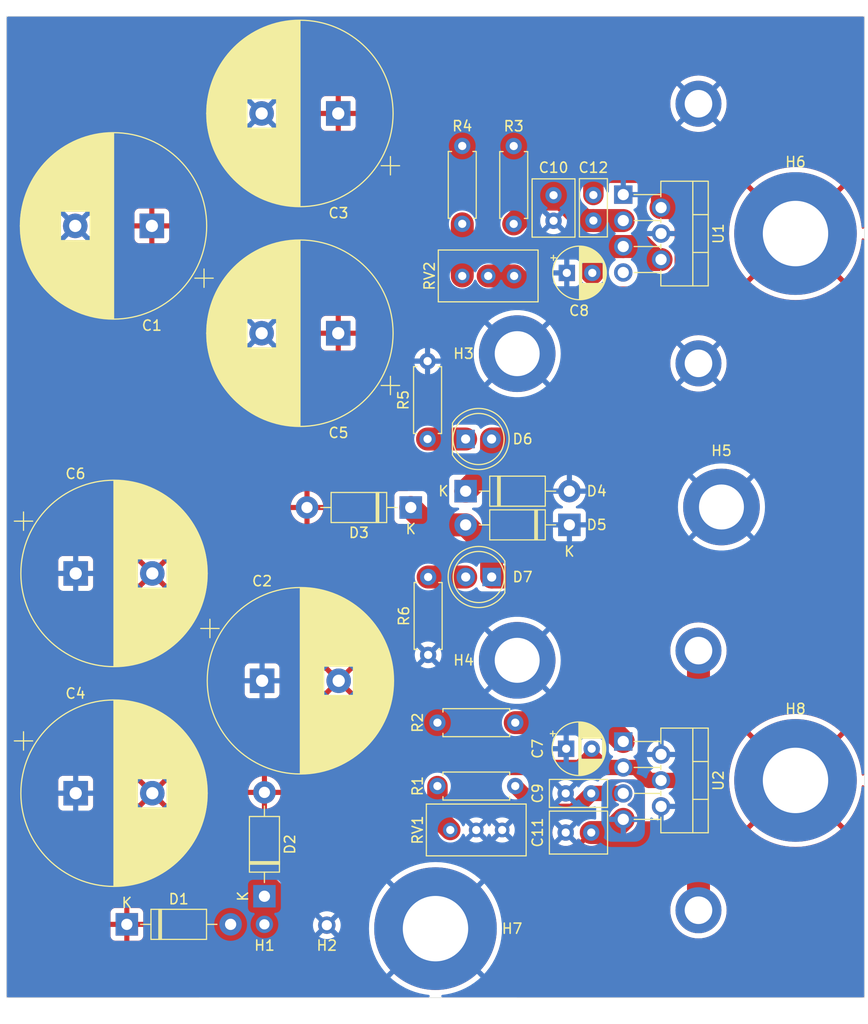
<source format=kicad_pcb>
(kicad_pcb (version 20221018) (generator pcbnew)
  (layers (0 "F.Cu" signal) (31 "B.Cu" signal) (34 "B.Paste" user) (35 "F.Paste" user) (36 "B.SilkS" user "B.Silkscreen") (37 "F.SilkS" user "F.Silkscreen") (38 "B.Mask" user) (39 "F.Mask" user) (44 "Edge.Cuts" user))
  (net 0 "")
  (net 1 "AC_REC_P")
  (net 2 "GND")
  (net 3 "AC_REC_N")
  (net 4 "Net-(U2-SET)")
  (net 5 "+12V")
  (net 6 "-12V")
  (net 7 "Net-(U1-SET)")
  (net 8 "Net-(D1-A)")
  (net 9 "Net-(D6-K)")
  (net 10 "Net-(D7-A)")
  (net 11 "Net-(R1-Pad2)")
  (net 12 "Net-(U2-ILIM)")
  (net 13 "Net-(R3-Pad2)")
  (net 14 "Net-(R4-Pad2)")
  (footprint "0_MountingHole:MountingHole_Pitch7.5mm_Drill3.4mm" (layer "F.Cu") (at 172.64 100.5)
    (fp_text reference "H5" (at 0 -5.5 unlocked) (layer "F.SilkS"))
    (fp_text value "MNT_STANDOFF")
    (pad "1" thru_hole circle (at 0 0) (size 7.5 7.5) (drill 4.4) (layers "*.Cu" "*.Mask") (net 2 "GND"))
  )
  (footprint "Capacitor_THT:CP_Radial_D18.0mm_P7.50mm" (layer "F.Cu") (at 116.86778 73 180)
    (fp_text reference "C1" (at 0 -9.75) (layer "F.SilkS"))
    (fp_text value "4700u")
    (pad "1" thru_hole rect (at 0 0 180) (size 2.4 2.4) (drill 1.2) (layers "*.Cu" "*.Mask") (net 1 "AC_REC_P"))
    (pad "2" thru_hole circle (at 7.5 0 180) (size 2.4 2.4) (drill 1.2) (layers "*.Cu" "*.Mask") (net 2 "GND"))
  )
  (footprint "0_Capacitor_THT:C_Disc_D5.5mm_W2.5mm_P2.50mm" (layer "F.Cu") (at 160.1 72.48 90)
    (fp_text reference "C12" (at 5.18 0) (layer "F.SilkS"))
    (fp_text value "10n")
    (pad "1" thru_hole circle (at 0 0 90) (size 1.6 1.6) (drill 0.8) (layers "*.Cu" "*.Mask") (net 5 "+12V"))
    (pad "2" thru_hole circle (at 2.5 0 90) (size 1.6 1.6) (drill 0.8) (layers "*.Cu" "*.Mask") (net 7 "Net-(U1-SET)"))
  )
  (footprint "LED_THT:LED_D5.0mm" (layer "F.Cu") (at 147.59 93.85)
    (fp_text reference "D6" (at 5.58 -0.000462) (layer "F.SilkS"))
    (fp_text value "LED")
    (pad "1" thru_hole rect (at 0 0) (size 1.8 1.8) (drill 0.9) (layers "*.Cu" "*.Mask") (net 9 "Net-(D6-K)"))
    (pad "2" thru_hole circle (at 2.54 0) (size 1.8 1.8) (drill 0.9) (layers "*.Cu" "*.Mask") (net 5 "+12V"))
  )
  (footprint "Resistor_THT:R_Axial_DIN0207_L6.3mm_D2.5mm_P7.62mm_Horizontal" (layer "F.Cu") (at 147.26 65.18 -90)
    (fp_text reference "R4" (at -1.94 0) (layer "F.SilkS"))
    (fp_text value "5.6k")
    (pad "1" thru_hole circle (at 0 0 270) (size 1.6 1.6) (drill 0.8) (layers "*.Cu" "*.Mask") (net 13 "Net-(R3-Pad2)"))
    (pad "2" thru_hole oval (at 7.62 0 270) (size 1.6 1.6) (drill 0.8) (layers "*.Cu" "*.Mask") (net 14 "Net-(R4-Pad2)"))
  )
  (footprint "Potentiometer_THT:Potentiometer_Bourns_3296W_Vertical" (layer "F.Cu") (at 147.26 77.9 180)
    (fp_text reference "RV2" (at 3.2 0 90) (layer "F.SilkS"))
    (fp_text value "10k")
    (pad "1" thru_hole circle (at 0 0 180) (size 1.44 1.44) (drill 0.8) (layers "*.Cu" "*.Mask") (net 14 "Net-(R4-Pad2)"))
    (pad "2" thru_hole circle (at -2.54 0 180) (size 1.44 1.44) (drill 0.8) (layers "*.Cu" "*.Mask") (net 7 "Net-(U1-SET)"))
    (pad "3" thru_hole circle (at -5.08 0 180) (size 1.44 1.44) (drill 0.8) (layers "*.Cu" "*.Mask") (net 7 "Net-(U1-SET)"))
  )
  (footprint "0_Package_TO_SOT_THT:TO-220-7_P2.54x3.7mm_StaggerOdd_Lead3.8mm_Vertical_HeatSink" (layer "F.Cu") (at 163.025 69.95 -90)
    (fp_text reference "U1" (at 3.81 -9.32 90) (layer "F.SilkS"))
    (fp_text value "LT3086ET7")
    (pad "1" thru_hole rect (at -0.01 0 270) (size 1.8 1.8) (drill 1.1) (layers "*.Cu" "*.Mask") (net 2 "GND"))
    (pad "2" thru_hole oval (at 1.26 -3.7 270) (size 1.8 1.8) (drill 1.1) (layers "*.Cu" "*.Mask") (net 7 "Net-(U1-SET)"))
    (pad "3" thru_hole oval (at 2.53 0 270) (size 1.8 1.8) (drill 1.1) (layers "*.Cu" "*.Mask") (net 5 "+12V"))
    (pad "4" thru_hole oval (at 3.8 -3.7 270) (size 1.8 1.8) (drill 1.1) (layers "*.Cu" "*.Mask") (net 2 "GND"))
    (pad "5" thru_hole oval (at 5.07 0 270) (size 1.8 1.8) (drill 1.1) (layers "*.Cu" "*.Mask") (net 1 "AC_REC_P"))
    (pad "6" thru_hole oval (at 6.34 -3.7 270) (size 1.8 1.8) (drill 1.1) (layers "*.Cu" "*.Mask") (net 1 "AC_REC_P"))
    (pad "7" thru_hole oval (at 7.61 0 270) (size 1.8 1.8) (drill 1.1) (layers "*.Cu" "*.Mask"))
    (pad "TAB" thru_hole circle (at -8.9 -7.365 270) (size 4.5 4.5) (drill 2.7) (layers "*.Cu" "*.Mask") (net 2 "GND"))
    (pad "TAB" thru_hole circle (at 16.5 -7.365 270) (size 4.5 4.5) (drill 2.7) (layers "*.Cu" "*.Mask") (net 2 "GND"))
  )
  (footprint "Potentiometer_THT:Potentiometer_Bourns_3296W_Vertical" (layer "F.Cu") (at 146.09 132.1 180)
    (fp_text reference "RV1" (at 3.2 0 90) (layer "F.SilkS"))
    (fp_text value "10k")
    (pad "1" thru_hole circle (at 0 0 180) (size 1.44 1.44) (drill 0.8) (layers "*.Cu" "*.Mask") (net 11 "Net-(R1-Pad2)"))
    (pad "2" thru_hole circle (at -2.54 0 180) (size 1.44 1.44) (drill 0.8) (layers "*.Cu" "*.Mask") (net 2 "GND"))
    (pad "3" thru_hole circle (at -5.08 0 180) (size 1.44 1.44) (drill 0.8) (layers "*.Cu" "*.Mask") (net 2 "GND"))
  )
  (footprint "Resistor_THT:R_Axial_DIN0207_L6.3mm_D2.5mm_P7.62mm_Horizontal" (layer "F.Cu") (at 152.3 72.81 90)
    (fp_text reference "R3" (at 9.56 0) (layer "F.SilkS"))
    (fp_text value "221k")
    (pad "1" thru_hole circle (at 0 0 90) (size 1.6 1.6) (drill 0.8) (layers "*.Cu" "*.Mask") (net 5 "+12V"))
    (pad "2" thru_hole oval (at 7.62 0 90) (size 1.6 1.6) (drill 0.8) (layers "*.Cu" "*.Mask") (net 13 "Net-(R3-Pad2)"))
  )
  (footprint "LED_THT:LED_D5.0mm" (layer "F.Cu") (at 150.14 107.35 180)
    (fp_text reference "D7" (at -3.03 0) (layer "F.SilkS"))
    (fp_text value "LED")
    (pad "1" thru_hole rect (at 0 0 180) (size 1.8 1.8) (drill 0.9) (layers "*.Cu" "*.Mask") (net 6 "-12V"))
    (pad "2" thru_hole circle (at 2.54 0 180) (size 1.8 1.8) (drill 0.9) (layers "*.Cu" "*.Mask") (net 10 "Net-(D7-A)"))
  )
  (footprint "0_Capacitor_THT:C_Disc_D5.5mm_W4.0mm_P2.50mm" (layer "F.Cu") (at 159.89 132.35 180)
    (fp_text reference "C11" (at 5.25 0 90) (layer "F.SilkS"))
    (fp_text value "10u")
    (pad "1" thru_hole circle (at 0 0 180) (size 1.6 1.6) (drill 0.8) (layers "*.Cu" "*.Mask") (net 6 "-12V"))
    (pad "2" thru_hole circle (at 2.5 0 180) (size 1.6 1.6) (drill 0.8) (layers "*.Cu" "*.Mask") (net 2 "GND"))
  )
  (footprint "0_MountingHole:MountingHole_Pitch12mm_Drill6.4mm" (layer "F.Cu") (at 144.64 141.75)
    (fp_text reference "H7" (at 7.5 0 unlocked) (layer "F.SilkS"))
    (fp_text value "MNT_0V")
    (pad "1" thru_hole circle (at 0 0) (size 12 12) (drill 6.4) (layers "*.Cu" "*.Mask") (net 2 "GND"))
  )
  (footprint "Capacitor_THT:CP_Radial_D5.0mm_P2.50mm" (layer "F.Cu") (at 157.434888 124.15)
    (fp_text reference "C7" (at -2.794888 0 90) (layer "F.SilkS"))
    (fp_text value "10u")
    (pad "1" thru_hole rect (at 0 0) (size 1.6 1.6) (drill 0.8) (layers "*.Cu" "*.Mask") (net 2 "GND"))
    (pad "2" thru_hole circle (at 2.5 0) (size 1.6 1.6) (drill 0.8) (layers "*.Cu" "*.Mask") (net 3 "AC_REC_N"))
  )
  (footprint "Diode_THT:D_DO-41_SOD81_P10.16mm_Horizontal" (layer "F.Cu") (at 127.89 138.58 90)
    (fp_text reference "D2" (at 5.08 2.5 90) (layer "F.SilkS"))
    (fp_text value "1N5819")
    (fp_text user "K" (at 0 -2.1 90) (layer "F.SilkS"))
    (pad "1" thru_hole rect (at 0 0 90) (size 2.2 2.2) (drill 1.1) (layers "*.Cu" "*.Mask") (net 8 "Net-(D1-A)"))
    (pad "2" thru_hole oval (at 10.16 0 90) (size 2.2 2.2) (drill 1.1) (layers "*.Cu" "*.Mask") (net 3 "AC_REC_N"))
  )
  (footprint "Diode_THT:D_DO-41_SOD81_P10.16mm_Horizontal" (layer "F.Cu") (at 157.75 102.25 180)
    (fp_text reference "D5" (at -2.67 0) (layer "F.SilkS"))
    (fp_text value "1N5819")
    (fp_text user "K" (at 0 -2.6) (layer "F.SilkS"))
    (pad "1" thru_hole rect (at 0 0 180) (size 2.2 2.2) (drill 1.1) (layers "*.Cu" "*.Mask") (net 2 "GND"))
    (pad "2" thru_hole oval (at 10.16 0 180) (size 2.2 2.2) (drill 1.1) (layers "*.Cu" "*.Mask") (net 6 "-12V"))
  )
  (footprint "Resistor_THT:R_Axial_DIN0207_L6.3mm_D2.5mm_P7.62mm_Horizontal" (layer "F.Cu") (at 144.83 121.6)
    (fp_text reference "R2" (at -1.94 0 90) (layer "F.SilkS"))
    (fp_text value "5.1k")
    (pad "1" thru_hole circle (at 0 0) (size 1.6 1.6) (drill 0.8) (layers "*.Cu" "*.Mask") (net 3 "AC_REC_N"))
    (pad "2" thru_hole oval (at 7.62 0) (size 1.6 1.6) (drill 0.8) (layers "*.Cu" "*.Mask") (net 12 "Net-(U2-ILIM)"))
  )
  (footprint "Capacitor_THT:CP_Radial_D18.0mm_P7.50mm" (layer "F.Cu") (at 109.41222 107)
    (fp_text reference "C6" (at -0.02222 -9.75) (layer "F.SilkS"))
    (fp_text value "4700u")
    (pad "1" thru_hole rect (at 0 0) (size 2.4 2.4) (drill 1.2) (layers "*.Cu" "*.Mask") (net 2 "GND"))
    (pad "2" thru_hole circle (at 7.5 0) (size 2.4 2.4) (drill 1.2) (layers "*.Cu" "*.Mask") (net 3 "AC_REC_N"))
  )
  (footprint "Diode_THT:D_DO-41_SOD81_P10.16mm_Horizontal" (layer "F.Cu") (at 142.22 100.55 180)
    (fp_text reference "D3" (at 5.08 -2.47) (layer "F.SilkS"))
    (fp_text value "1N5819")
    (fp_text user "K" (at 0 -2.1) (layer "F.SilkS"))
    (pad "1" thru_hole rect (at 0 0 180) (size 2.2 2.2) (drill 1.1) (layers "*.Cu" "*.Mask") (net 6 "-12V"))
    (pad "2" thru_hole oval (at 10.16 0 180) (size 2.2 2.2) (drill 1.1) (layers "*.Cu" "*.Mask") (net 3 "AC_REC_N"))
  )
  (footprint "Capacitor_THT:CP_Radial_D18.0mm_P7.50mm" (layer "F.Cu") (at 127.66222 117.5)
    (fp_text reference "C2" (at 0 -9.75) (layer "F.SilkS"))
    (fp_text value "4700u")
    (pad "1" thru_hole rect (at 0 0) (size 2.4 2.4) (drill 1.2) (layers "*.Cu" "*.Mask") (net 2 "GND"))
    (pad "2" thru_hole circle (at 7.5 0) (size 2.4 2.4) (drill 1.2) (layers "*.Cu" "*.Mask") (net 3 "AC_REC_N"))
  )
  (footprint "0_MountingHole:MountingHole_Pitch7.5mm_Drill3.4mm" (layer "F.Cu") (at 152.64 115.5)
    (fp_text reference "H4" (at -5.25 0 unlocked) (layer "F.SilkS"))
    (fp_text value "MNT_STANDOFF")
    (pad "1" thru_hole circle (at 0 0) (size 7.5 7.5) (drill 4.4) (layers "*.Cu" "*.Mask") (net 2 "GND"))
  )
  (footprint "0_MountingHole:MountingHole_Pitch12mm_Drill6.4mm" (layer "F.Cu") (at 179.89 127.25)
    (fp_text reference "H8" (at 0 -7 unlocked) (layer "F.SilkS"))
    (fp_text value "MNT_12V_NEG")
    (pad "1" thru_hole circle (at 0 0) (size 12 12) (drill 6.4) (layers "*.Cu" "*.Mask") (net 6 "-12V"))
  )
  (footprint "0_MountingHole:MountingHole_Pitch1.7mm_Drill1mm" (layer "F.Cu") (at 127.89 141.33)
    (fp_text reference "H1" (at 0.01 2.07 unlocked) (layer "F.SilkS"))
    (fp_text value "MNT_AC_L")
    (pad "1" thru_hole circle (at 0 0) (size 1.7 1.7) (drill 1) (layers "*.Cu" "*.Mask") (net 8 "Net-(D1-A)"))
  )
  (footprint "Diode_THT:D_DO-41_SOD81_P10.16mm_Horizontal" (layer "F.Cu") (at 114.42 141.33)
    (fp_text reference "D1" (at 5.08 -2.47) (layer "F.SilkS"))
    (fp_text value "1N5819")
    (fp_text user "K" (at 0 -2.1) (layer "F.SilkS"))
    (pad "1" thru_hole rect (at 0 0) (size 2.2 2.2) (drill 1.1) (layers "*.Cu" "*.Mask") (net 1 "AC_REC_P"))
    (pad "2" thru_hole oval (at 10.16 0) (size 2.2 2.2) (drill 1.1) (layers "*.Cu" "*.Mask") (net 8 "Net-(D1-A)"))
  )
  (footprint "Resistor_THT:R_Axial_DIN0207_L6.3mm_D2.5mm_P7.62mm_Horizontal" (layer "F.Cu") (at 143.865 93.85 90)
    (fp_text reference "R5" (at 3.81 -2.37 90) (layer "F.SilkS"))
    (fp_text value "4.7k")
    (pad "1" thru_hole circle (at 0 0 90) (size 1.6 1.6) (drill 0.8) (layers "*.Cu" "*.Mask") (net 9 "Net-(D6-K)"))
    (pad "2" thru_hole oval (at 7.62 0 90) (size 1.6 1.6) (drill 0.8) (layers "*.Cu" "*.Mask") (net 2 "GND"))
  )
  (footprint "0_Package_TO_SOT_THT:TO-220-7_P2.54x3.7mm_StaggerOdd_Lead3.8mm_Vertical_HeatSink" (layer "F.Cu") (at 163.025 123.45 -90)
    (fp_text reference "U2" (at 3.81 -9.32 90) (layer "F.SilkS"))
    (fp_text value "LT3091ET7")
    (pad "1" thru_hole rect (at -0.01 0 270) (size 1.8 1.8) (drill 1.1) (layers "*.Cu" "*.Mask") (net 12 "Net-(U2-ILIM)"))
    (pad "2" thru_hole oval (at 1.26 -3.7 270) (size 1.8 1.8) (drill 1.1) (layers "*.Cu" "*.Mask") (net 2 "GND"))
    (pad "3" thru_hole oval (at 2.53 0 270) (size 1.8 1.8) (drill 1.1) (layers "*.Cu" "*.Mask") (net 3 "AC_REC_N"))
    (pad "4" thru_hole oval (at 3.8 -3.7 270) (size 1.8 1.8) (drill 1.1) (layers "*.Cu" "*.Mask") (net 3 "AC_REC_N"))
    (pad "5" thru_hole oval (at 5.07 0 270) (size 1.8 1.8) (drill 1.1) (layers "*.Cu" "*.Mask") (net 4 "Net-(U2-SET)"))
    (pad "6" thru_hole oval (at 6.34 -3.7 270) (size 1.8 1.8) (drill 1.1) (layers "*.Cu" "*.Mask") (net 2 "GND"))
    (pad "7" thru_hole oval (at 7.61 0 270) (size 1.8 1.8) (drill 1.1) (layers "*.Cu" "*.Mask") (net 6 "-12V"))
    (pad "TAB" thru_hole circle (at -8.9 -7.365 270) (size 4.5 4.5) (drill 2.7) (layers "*.Cu" "*.Mask") (net 3 "AC_REC_N"))
    (pad "TAB" thru_hole circle (at 16.5 -7.365 270) (size 4.5 4.5) (drill 2.7) (layers "*.Cu" "*.Mask") (net 3 "AC_REC_N"))
  )
  (footprint "0_Capacitor_THT:C_Disc_D5.5mm_W2.5mm_P2.50mm" (layer "F.Cu") (at 159.89 128.52 180)
    (fp_text reference "C9" (at 5.25 0 90) (layer "F.SilkS"))
    (fp_text value "0.1u")
    (pad "1" thru_hole circle (at 0 0 180) (size 1.6 1.6) (drill 0.8) (layers "*.Cu" "*.Mask") (net 4 "Net-(U2-SET)"))
    (pad "2" thru_hole circle (at 2.5 0 180) (size 1.6 1.6) (drill 0.8) (layers "*.Cu" "*.Mask") (net 2 "GND"))
  )
  (footprint "0_Capacitor_THT:C_Disc_D5.5mm_W4.0mm_P2.50mm" (layer "F.Cu") (at 156.2 70 -90)
    (fp_text reference "C10" (at -2.7 0) (layer "F.SilkS"))
    (fp_text value "10u")
    (pad "1" thru_hole circle (at 0 0 270) (size 1.6 1.6) (drill 0.8) (layers "*.Cu" "*.Mask") (net 5 "+12V"))
    (pad "2" thru_hole circle (at 2.5 0 270) (size 1.6 1.6) (drill 0.8) (layers "*.Cu" "*.Mask") (net 2 "GND"))
  )
  (footprint "Resistor_THT:R_Axial_DIN0207_L6.3mm_D2.5mm_P7.62mm_Horizontal" (layer "F.Cu") (at 152.45 127.8 180)
    (fp_text reference "R1" (at 9.56 0 90) (layer "F.SilkS"))
    (fp_text value "237k")
    (pad "1" thru_hole circle (at 0 0 180) (size 1.6 1.6) (drill 0.8) (layers "*.Cu" "*.Mask") (net 4 "Net-(U2-SET)"))
    (pad "2" thru_hole oval (at 7.62 0 180) (size 1.6 1.6) (drill 0.8) (layers "*.Cu" "*.Mask") (net 11 "Net-(R1-Pad2)"))
  )
  (footprint "Capacitor_THT:CP_Radial_D18.0mm_P7.50mm" (layer "F.Cu") (at 135.11778 62 180)
    (fp_text reference "C3" (at -0.02222 -9.75) (layer "F.SilkS"))
    (fp_text value "4700u")
    (pad "1" thru_hole rect (at 0 0 180) (size 2.4 2.4) (drill 1.2) (layers "*.Cu" "*.Mask") (net 1 "AC_REC_P"))
    (pad "2" thru_hole circle (at 7.5 0 180) (size 2.4 2.4) (drill 1.2) (layers "*.Cu" "*.Mask") (net 2 "GND"))
  )
  (footprint "Capacitor_THT:CP_Radial_D18.0mm_P7.50mm" (layer "F.Cu") (at 135.11778 83.5 180)
    (fp_text reference "C5" (at -0.02222 -9.75) (layer "F.SilkS"))
    (fp_text value "4700u")
    (pad "1" thru_hole rect (at 0 0 180) (size 2.4 2.4) (drill 1.2) (layers "*.Cu" "*.Mask") (net 1 "AC_REC_P"))
    (pad "2" thru_hole circle (at 7.5 0 180) (size 2.4 2.4) (drill 1.2) (layers "*.Cu" "*.Mask") (net 2 "GND"))
  )
  (footprint "Diode_THT:D_DO-41_SOD81_P10.16mm_Horizontal" (layer "F.Cu") (at 147.59 98.95)
    (fp_text reference "D4" (at 12.83 0) (layer "F.SilkS"))
    (fp_text value "1N5819")
    (fp_text user "K" (at -2.17 0) (layer "F.SilkS"))
    (pad "1" thru_hole rect (at 0 0) (size 2.2 2.2) (drill 1.1) (layers "*.Cu" "*.Mask") (net 5 "+12V"))
    (pad "2" thru_hole oval (at 10.16 0) (size 2.2 2.2) (drill 1.1) (layers "*.Cu" "*.Mask") (net 2 "GND"))
  )
  (footprint "Resistor_THT:R_Axial_DIN0207_L6.3mm_D2.5mm_P7.62mm_Horizontal" (layer "F.Cu") (at 143.92 114.97 90)
    (fp_text reference "R6" (at 3.81 -2.37 90) (layer "F.SilkS"))
    (fp_text value "4.7k")
    (pad "1" thru_hole circle (at 0 0 90) (size 1.6 1.6) (drill 0.8) (layers "*.Cu" "*.Mask") (net 2 "GND"))
    (pad "2" thru_hole oval (at 7.62 0 90) (size 1.6 1.6) (drill 0.8) (layers "*.Cu" "*.Mask") (net 10 "Net-(D7-A)"))
  )
  (footprint "Capacitor_THT:CP_Radial_D18.0mm_P7.50mm" (layer "F.Cu") (at 109.41222 128.5)
    (fp_text reference "C4" (at -0.02222 -9.75) (layer "F.SilkS"))
    (fp_text value "4700u")
    (pad "1" thru_hole rect (at 0 0) (size 2.4 2.4) (drill 1.2) (layers "*.Cu" "*.Mask") (net 2 "GND"))
    (pad "2" thru_hole circle (at 7.5 0) (size 2.4 2.4) (drill 1.2) (layers "*.Cu" "*.Mask") (net 3 "AC_REC_N"))
  )
  (footprint "Capacitor_THT:CP_Radial_D5.0mm_P2.50mm" (layer "F.Cu") (at 157.494888 77.6)
    (fp_text reference "C8" (at 1.205112 3.7 180) (layer "F.SilkS"))
    (fp_text value "10u")
    (pad "1" thru_hole rect (at 0 0) (size 1.6 1.6) (drill 0.8) (layers "*.Cu" "*.Mask") (net 2 "GND"))
    (pad "2" thru_hole circle (at 2.5 0) (size 1.6 1.6) (drill 0.8) (layers "*.Cu" "*.Mask") (net 1 "AC_REC_P"))
  )
  (footprint "0_MountingHole:MountingHole_Pitch12mm_Drill6.4mm" (layer "F.Cu") (at 179.89 73.75)
    (fp_text reference "H6" (at 0 -7 unlocked) (layer "F.SilkS"))
    (fp_text value "MNT_12V_POS")
    (pad "1" thru_hole circle (at 0 0) (size 12 12) (drill 6.4) (layers "*.Cu" "*.Mask") (net 5 "+12V"))
  )
  (footprint "0_MountingHole:MountingHole_Pitch7.5mm_Drill3.4mm" (layer "F.Cu") (at 152.64 85.5)
    (fp_text reference "H3" (at -5.25 0 unlocked) (layer "F.SilkS"))
    (fp_text value "MNT_STANDOFF")
    (pad "1" thru_hole circle (at 0 0) (size 7.5 7.5) (drill 4.4) (layers "*.Cu" "*.Mask") (net 2 "GND"))
  )
  (footprint "0_MountingHole:MountingHole_Pitch1.7mm_Drill1mm" (layer "F.Cu") (at 134 141.41)
    (fp_text reference "H2" (at 0 1.99 unlocked) (layer "F.SilkS"))
    (fp_text value "MNT_AC_N")
    (pad "1" thru_hole circle (at 0 0) (size 1.7 1.7) (drill 1) (layers "*.Cu" "*.Mask") (net 2 "GND"))
  )
  (gr_rect (start 102.64 52.5) (end 186.64 148.5) (stroke (width 0.05)) (fill none) (layer "Edge.Cuts"))
  (segment (start 159.994888 76.77732) (end 159.994888 77.6) (width 2.25) (layer "F.Cu") (net 1))
  (segment (start 153.7 75.4) (end 151.3 75.4) (width 2.25) (layer "F.Cu") (net 1))
  (segment (start 154.1 75) (end 153.7 75.4) (width 2.25) (layer "F.Cu") (net 1))
  (segment (start 164.848374 75.02) (end 166.118374 76.29) (width 2.25) (layer "F.Cu") (net 1))
  (segment (start 163.025 75.02) (end 159.164888 75.02) (width 2.25) (layer "F.Cu") (net 1))
  (segment (start 138.1 69.4) (end 138 69.3) (width 4) (layer "F.Cu") (net 1))
  (segment (start 159.994888 75.85) (end 159.144888 75) (width 2.25) (layer "F.Cu") (net 1))
  (segment (start 159.164888 75.02) (end 159.144888 75) (width 2.25) (layer "F.Cu") (net 1))
  (segment (start 159.994888 77.6) (end 159.994888 75.85) (width 2.25) (layer "F.Cu") (net 1))
  (segment (start 143.7 69.4) (end 140.4 66.1) (width 4) (layer "F.Cu") (net 1))
  (segment (start 145.540303 69.4) (end 149.8 69.4) (width 4) (layer "F.Cu") (net 1))
  (segment (start 163.025 75.02) (end 161.752208 75.02) (width 2.25) (layer "F.Cu") (net 1))
  (segment (start 163.025 75.02) (end 164.848374 75.02) (width 2.25) (layer "F.Cu") (net 1))
  (segment (start 149.8 72.3) (end 149.8 71.875177) (width 2.25) (layer "F.Cu") (net 1))
  (segment (start 151.3 75.4) (end 149.8 73.9) (width 2.25) (layer "F.Cu") (net 1))
  (segment (start 166.118374 76.29) (end 166.725 76.29) (width 2.25) (layer "F.Cu") (net 1))
  (segment (start 149.8 72.3) (end 149.8 69.4) (width 2.25) (layer "F.Cu") (net 1))
  (segment (start 145.540303 69.4) (end 138.1 69.4) (width 4) (layer "F.Cu") (net 1))
  (segment (start 159.144888 75) (end 154.1 75) (width 2.25) (layer "F.Cu") (net 1))
  (segment (start 143.8 69.4) (end 140.4 72.8) (width 4) (layer "F.Cu") (net 1))
  (segment (start 145.540303 69.4) (end 143.8 69.4) (width 4) (layer "F.Cu") (net 1))
  (segment (start 145.540303 69.4) (end 143.2 69.4) (width 4) (layer "F.Cu") (net 1))
  (segment (start 161.752208 75.02) (end 159.994888 76.77732) (width 2.25) (layer "F.Cu") (net 1))
  (segment (start 149.8 71.875177) (end 147.324823 69.4) (width 2.25) (layer "F.Cu") (net 1))
  (segment (start 149.8 73.9) (end 149.8 72.3) (width 2.25) (layer "F.Cu") (net 1))
  (segment (start 141.75 123.5) (end 139.75 125.5) (width 4) (layer "F.Cu") (net 3))
  (segment (start 140.73 117.5) (end 144.83 121.6) (width 4) (layer "F.Cu") (net 3))
  (segment (start 146.24 123.01) (end 149.23 126) (width 4) (layer "F.Cu") (net 3))
  (segment (start 170.39 139.95) (end 170.39 129.3) (width 2.25) (layer "F.Cu") (net 3))
  (segment (start 142.24 123.01) (end 146.24 123.01) (width 4) (layer "F.Cu") (net 3))
  (segment (start 168.4 127.25) (end 168.44 127.25) (width 1.5) (layer "F.Cu") (net 3))
  (segment (start 170.39 127.2) (end 170.39 125.3) (width 2.25) (layer "F.Cu") (net 3))
  (segment (start 144.83 121.6) (end 143.65 121.6) (width 4) (layer "F.Cu") (net 3))
  (segment (start 170.39 129.3) (end 170.39 127.2) (width 2.25) (layer "F.Cu") (net 3))
  (segment (start 170.34 127.25) (end 170.39 127.2) (width 1.5) (layer "F.Cu") (net 3))
  (segment (start 160.9 125.98) (end 159.9 125.98) (width 1.5) (layer "F.Cu") (net 3))
  (segment (start 168.4 127.25) (end 170.34 127.25) (width 1.5) (layer "F.Cu") (net 3))
  (segment (start 168.4 127.25) (end 168.4 127.31) (width 1.5) (layer "F.Cu") (net 3))
  (segment (start 159.934888 124.845112) (end 159.934888 124.15) (width 1.5) (layer "F.Cu") (net 3))
  (segment (start 166.725 127.25) (end 168.4 127.25) (width 1.5) (layer "F.Cu") (net 3))
  (segment (start 159.934888 124.15) (end 159.934888 125.945112) (width 1.5) (layer "F.Cu") (net 3))
  (segment (start 159.934888 125.945112) (end 159.9 125.98) (width 1.5) (layer "F.Cu") (net 3))
  (segment (start 160.9 125.98) (end 160.9 125.810224) (width 1.5) (layer "F.Cu") (net 3))
  (segment (start 141.75 123.5) (end 142.24 123.01) (width 4) (layer "F.Cu") (net 3))
  (segment (start 163.025 125.98) (end 160.9 125.98) (width 1.5) (layer "F.Cu") (net 3))
  (segment (start 168.4 127.31) (end 170.39 129.3) (width 1.5) (layer "F.Cu") (net 3))
  (segment (start 143.65 121.6) (end 141.75 123.5) (width 4) (layer "F.Cu") (net 3))
  (segment (start 163.025 125.98) (end 164.297792 125.98) (width 1.5) (layer "F.Cu") (net 3))
  (segment (start 170.39 125.3) (end 170.39 114.55) (width 2.25) (layer "F.Cu") (net 3))
  (segment (start 158.8 125.98) (end 149.25 125.98) (width 1.5) (layer "F.Cu") (net 3))
  (segment (start 168.44 127.25) (end 170.39 125.3) (width 1.5) (layer "F.Cu") (net 3))
  (segment (start 164.297792 125.98) (end 165.567792 127.25) (width 1.5) (layer "F.Cu") (net 3))
  (segment (start 159.9 125.98) (end 158.8 125.98) (width 1.5) (layer "F.Cu") (net 3))
  (segment (start 158.8 125.98) (end 159.934888 124.845112) (width 1.5) (layer "F.Cu") (net 3))
  (segment (start 144.83 121.6) (end 146.24 123.01) (width 4) (layer "F.Cu") (net 3))
  (segment (start 149.25 125.98) (end 149.23 126) (width 1.5) (layer "F.Cu") (net 3))
  (segment (start 160.9 125.810224) (end 159.934888 124.845112) (width 1.5) (layer "F.Cu") (net 3))
  (segment (start 165.567792 127.25) (end 166.725 127.25) (width 1.5) (layer "F.Cu") (net 3))
  (segment (start 158.135 130.275) (end 154.925 130.275) (width 1.5) (layer "F.Cu") (net 4))
  (segment (start 159.89 128.52) (end 163.025 128.52) (width 1.5) (layer "F.Cu") (net 4))
  (segment (start 154.925 130.275) (end 152.45 127.8) (width 1.5) (layer "F.Cu") (net 4))
  (segment (start 158.135 130.275) (end 159.89 128.52) (width 1.5) (layer "F.Cu") (net 4))
  (segment (start 158.488477 66.988476) (end 159.136953 66.34) (width 2.25) (layer "F.Cu") (net 5))
  (segment (start 160.1 72.48) (end 159.185204 72.48) (width 2.25) (layer "F.Cu") (net 5))
  (segment (start 156.2 66.3) (end 156.75 65.75) (width 2.25) (layer "F.Cu") (net 5))
  (segment (start 159.226953 66.25) (end 159.738477 65.738476) (width 2.25) (layer "F.Cu") (net 5))
  (segment (start 163.025 72.48) (end 160.1 72.48) (width 2.25) (layer "F.Cu") (net 5))
  (segment (start 157.652602 67.824351) (end 158.488477 66.988476) (width 2.25) (layer "F.Cu") (net 5))
  (segment (start 159.185204 72.48) (end 157.652602 70.947398) (width 2.25) (layer "F.Cu") (net 5))
  (segment (start 147.59 98.95) (end 150.13 96.41) (width 2.25) (layer "F.Cu") (net 5))
  (segment (start 157.652602 70.947398) (end 156.705204 70) (width 2.25) (layer "F.Cu") (net 5))
  (segment (start 150.13 96.41) (end 150.13 93.85) (width 2.25) (layer "F.Cu") (net 5))
  (segment (start 157.652602 70.947398) (end 157.652602 67.824351) (width 2.25) (layer "F.Cu") (net 5))
  (segment (start 155.11 70) (end 153.855 71.255) (width 2.25) (layer "F.Cu") (net 5))
  (segment (start 153.855 71.255) (end 152.3 72.81) (width 2.25) (layer "F.Cu") (net 5))
  (segment (start 153.855 71.255) (end 154.735 70.375) (width 2.25) (layer "F.Cu") (net 5))
  (segment (start 150.13 93.85) (end 156.75 93.85) (width 2.25) (layer "F.Cu") (net 5))
  (segment (start 156.2 70) (end 156.2 66.3) (width 2.25) (layer "F.Cu") (net 5))
  (segment (start 156.2 70) (end 155.11 70) (width 2.25) (layer "F.Cu") (net 5))
  (segment (start 157.080204 70.375) (end 157.652602 70.947398) (width 2.25) (layer "F.Cu") (net 5))
  (segment (start 156.705204 70) (end 156.2 70) (width 2.25) (layer "F.Cu") (net 5))
  (segment (start 159.136953 66.34) (end 159.226953 66.25) (width 2.25) (layer "F.Cu") (net 5))
  (segment (start 154.735 70.375) (end 157.080204 70.375) (width 2.25) (layer "F.Cu") (net 5))
  (segment (start 161.735 132.35) (end 163.025 131.06) (width 2.25) (layer "F.Cu") (net 6))
  (segment (start 159.89 132.35) (end 161.735 132.35) (width 2.25) (layer "F.Cu") (net 6))
  (segment (start 150.14 107.35) (end 157.4 107.35) (width 2.25) (layer "F.Cu") (net 6))
  (segment (start 142.22 100.55) (end 143.92 102.25) (width 2.25) (layer "F.Cu") (net 6))
  (segment (start 147.59 102.25) (end 150.14 104.8) (width 2.25) (layer "F.Cu") (net 6))
  (segment (start 150.14 104.8) (end 150.14 107.35) (width 2.25) (layer "F.Cu") (net 6))
  (segment (start 143.92 102.25) (end 147.59 102.25) (width 2.25) (layer "F.Cu") (net 6))
  (segment (start 166.45 80.05) (end 169.175 77.325) (width 2.25) (layer "F.Cu") (net 7))
  (segment (start 152.34 77.9) (end 154.49 80.05) (width 2.25) (layer "F.Cu") (net 7))
  (segment (start 166.725 69.025) (end 166.725 71.21) (width 2) (layer "F.Cu") (net 7))
  (segment (start 167.91 70.21) (end 167.91 71.21) (width 2) (layer "F.Cu") (net 7))
  (segment (start 167.91 71.21) (end 166.725 71.21) (width 2.25) (layer "F.Cu") (net 7))
  (segment (start 154.49 80.05) (end 166.45 80.05) (width 2.25) (layer "F.Cu") (net 7))
  (segment (start 160.965 67.8) (end 165.5 67.8) (width 2) (layer "F.Cu") (net 7))
  (segment (start 160.1 69.98) (end 160.1 68.665) (width 2) (layer "F.Cu") (net 7))
  (segment (start 149.8 77.9) (end 152.34 77.9) (width 2.25) (layer "F.Cu") (net 7))
  (segment (start 169.175 72.475) (end 167.91 71.21) (width 2.25) (layer "F.Cu") (net 7))
  (segment (start 165.5 67.8) (end 166.725 69.025) (width 2) (layer "F.Cu") (net 7))
  (segment (start 169.175 77.325) (end 169.175 72.475) (width 2.25) (layer "F.Cu") (net 7))
  (segment (start 165.5 67.8) (end 167.91 70.21) (width 2) (layer "F.Cu") (net 7))
  (segment (start 160.1 68.665) (end 160.965 67.8) (width 2) (layer "F.Cu") (net 7))
  (segment (start 127.33 138.58) (end 124.58 141.33) (width 4) (layer "F.Cu") (net 8))
  (segment (start 124.58 141.33) (end 127.89 141.33) (width 4) (layer "F.Cu") (net 8))
  (segment (start 127.89 138.58) (end 127.33 138.58) (width 4) (layer "F.Cu") (net 8))
  (segment (start 127.89 138.58) (end 127.89 141.33) (width 4) (layer "F.Cu") (net 8))
  (segment (start 147.59 93.85) (end 143.865 93.85) (width 2.25) (layer "F.Cu") (net 9))
  (segment (start 143.92 107.35) (end 147.6 107.35) (width 2.25) (layer "F.Cu") (net 10))
  (segment (start 144.83 130.84) (end 146.09 132.1) (width 2) (layer "F.Cu") (net 11))
  (segment (start 144.83 127.8) (end 144.83 130.84) (width 2) (layer "F.Cu") (net 11))
  (segment (start 161.185 121.6) (end 163.025 123.44) (width 2.25) (layer "F.Cu") (net 12))
  (segment (start 152.45 121.6) (end 161.185 121.6) (width 2.25) (layer "F.Cu") (net 12))
  (segment (start 152.29 65.18) (end 152.3 65.19) (width 4) (layer "F.Cu") (net 13))
  (segment (start 147.26 65.18) (end 152.29 65.18) (width 4) (layer "F.Cu") (net 13))
  (segment (start 147.26 72.8) (end 147.26 77.9) (width 2.25) (layer "F.Cu") (net 14))
  (zone (net 3) (net_name "AC_REC_N") (layer "F.Cu") (priority 5) (connect_pads (clearance 0.508)) (min_thickness 0.25) (fill yes (thermal_gap 0.5) (thermal_bridge_width 0.5))
    (polygon (pts (xy 114.9 98.5) (xy 114.9 135) (xy 142 135) (xy 142 98.5)))
  )
  (zone (net 1) (net_name "AC_REC_P") (layer "F.Cu") (priority 4) (connect_pads (clearance 0.508)) (min_thickness 0.25) (fill yes (thermal_gap 0.5) (thermal_bridge_width 0.5))
    (polygon (pts (xy 114.1 149.05) (xy 102 149.05) (xy 102 91) (xy 102 58.5) (xy 142.25 58.5) (xy 142.25 98) (xy 114.4 98) (xy 114.4 135.7) (xy 121.6 135.7) (xy 121.6 149.05)))
  )
  (zone (net 5) (net_name "+12V") (layer "F.Cu") (priority 3) (connect_pads (clearance 0.508)) (min_thickness 0.25) (fill yes (thermal_gap 0.5) (thermal_bridge_width 0.5))
    (polygon (pts (xy 154.75 52) (xy 154.75 62.5) (xy 154.75 62.5) (xy 154.75 69) (xy 168 69) (xy 168 79.75) (xy 157.6 79.75) (xy 157.6 91.8) (xy 150.1 93.8) (xy 157.6 96) (xy 187 96.05) (xy 187 52)))
  )
  (zone (net 6) (net_name "-12V") (layer "F.Cu") (priority 2) (connect_pads (clearance 0.508)) (min_thickness 0.25) (fill yes (thermal_gap 0.5) (thermal_bridge_width 0.5))
    (polygon (pts (xy 157.6 122) (xy 157.6 109.7) (xy 150.14 107.35) (xy 157.6 105) (xy 187 105) (xy 187 149) (xy 152.5 149) (xy 152.5 131.25) (xy 169.75 131.25) (xy 169.75 141.75) (xy 171 141.75) (xy 171 112.25) (xy 169.75 112.25) (xy 169.75 122)))
  )
  (zone (net 6) (net_name "-12V") (layers "F&B.Cu") (priority 1) (connect_pads (clearance 0.2)) (min_thickness 0.254) (fill yes (thermal_gap 0.508) (thermal_bridge_width 0.508) (smoothing fillet) (radius 1))
    (polygon (pts (xy 165.14 133.25) (xy 160.89 133.25) (xy 160.89 127.15) (xy 165.14 127.15)))
  )
  (zone (net 2) (net_name "GND") (layer "B.Cu") (connect_pads (clearance 0.508)) (min_thickness 0.254) (fill yes (thermal_gap 0.508) (thermal_bridge_width 0.508))
    (polygon (pts (xy 186.89 148.75) (xy 102.39 148.75) (xy 102.39 52.25) (xy 186.89 52.25)))
  )
)
</source>
